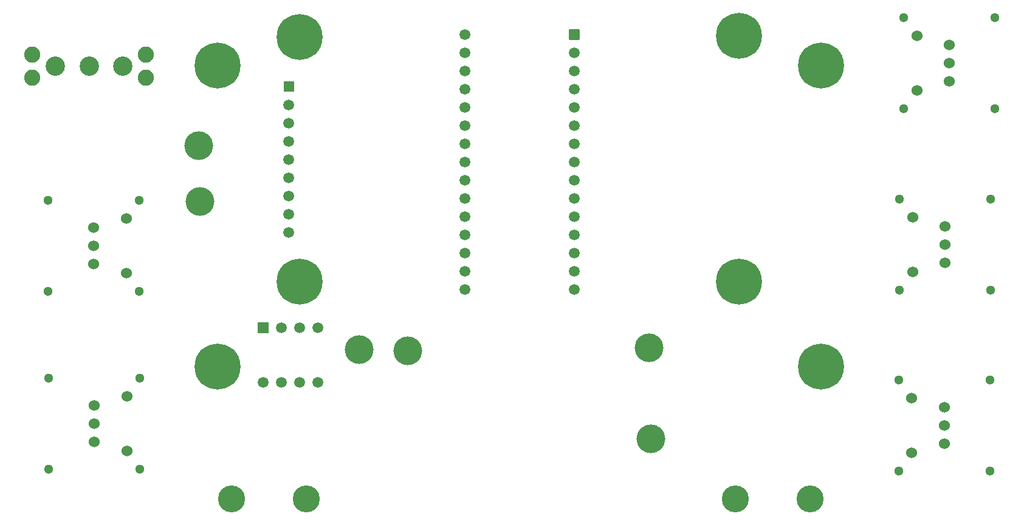
<source format=gts>
G04 #@! TF.GenerationSoftware,KiCad,Pcbnew,(5.1.9-0-10_14)*
G04 #@! TF.CreationDate,2021-01-09T19:18:04-08:00*
G04 #@! TF.ProjectId,schematic,73636865-6d61-4746-9963-2e6b69636164,rev?*
G04 #@! TF.SameCoordinates,Original*
G04 #@! TF.FileFunction,Soldermask,Top*
G04 #@! TF.FilePolarity,Negative*
%FSLAX46Y46*%
G04 Gerber Fmt 4.6, Leading zero omitted, Abs format (unit mm)*
G04 Created by KiCad (PCBNEW (5.1.9-0-10_14)) date 2021-01-09 19:18:04*
%MOMM*%
%LPD*%
G01*
G04 APERTURE LIST*
%ADD10C,1.511200*%
%ADD11C,3.760000*%
%ADD12C,1.300000*%
%ADD13C,1.524000*%
%ADD14C,4.000000*%
%ADD15C,1.498600*%
%ADD16R,1.498600X1.498600*%
%ADD17C,6.400000*%
%ADD18C,2.250000*%
%ADD19C,2.700000*%
G04 APERTURE END LIST*
D10*
X146281140Y-63825120D03*
X146281140Y-66365120D03*
X146281140Y-68905120D03*
X146281140Y-71445120D03*
X146281140Y-73985120D03*
X146281140Y-76525120D03*
X146281140Y-79065120D03*
X146281140Y-81605120D03*
X146281140Y-84145120D03*
X146281140Y-86685120D03*
X146281140Y-89225120D03*
X146281140Y-91765120D03*
X146281140Y-94305120D03*
X146281140Y-96845120D03*
X146281140Y-99385120D03*
X161521140Y-99385120D03*
X161521140Y-96845120D03*
X161521140Y-94305120D03*
X161521140Y-91765120D03*
X161521140Y-89225120D03*
X161521140Y-86685120D03*
X161521140Y-84145120D03*
X161521140Y-81605120D03*
X161521140Y-79065120D03*
X161521140Y-76525120D03*
X161521140Y-73985120D03*
X161521140Y-71445120D03*
X161521140Y-68905120D03*
X161521140Y-66365120D03*
G36*
G01*
X162276740Y-63171120D02*
X162276740Y-64479120D01*
G75*
G02*
X162175140Y-64580720I-101600J0D01*
G01*
X160867140Y-64580720D01*
G75*
G02*
X160765540Y-64479120I0J101600D01*
G01*
X160765540Y-63171120D01*
G75*
G02*
X160867140Y-63069520I101600J0D01*
G01*
X162175140Y-63069520D01*
G75*
G02*
X162276740Y-63171120I0J-101600D01*
G01*
G37*
D11*
X194411000Y-128548000D03*
X183991000Y-128548000D03*
X124205000Y-128606000D03*
X113785000Y-128606000D03*
D12*
X220159580Y-61422280D03*
X207459580Y-61422280D03*
X207459580Y-74122280D03*
X220159580Y-74122280D03*
D13*
X213809580Y-70312280D03*
X213809580Y-67772280D03*
X213809580Y-65232280D03*
X209309580Y-63962280D03*
X209309580Y-71582280D03*
D12*
X219415360Y-111970820D03*
X206715360Y-111970820D03*
X206715360Y-124670820D03*
X219415360Y-124670820D03*
D13*
X213065360Y-120860820D03*
X213065360Y-118320820D03*
X213065360Y-115780820D03*
X208565360Y-114510820D03*
X208565360Y-122130820D03*
D12*
X88336120Y-124472700D03*
X101036120Y-124472700D03*
X101036120Y-111772700D03*
X88336120Y-111772700D03*
D13*
X94686120Y-115582700D03*
X94686120Y-118122700D03*
X94686120Y-120662700D03*
X99186120Y-121932700D03*
X99186120Y-114312700D03*
D12*
X88259920Y-99636580D03*
X100959920Y-99636580D03*
X100959920Y-86936580D03*
X88259920Y-86936580D03*
D13*
X94609920Y-90746580D03*
X94609920Y-93286580D03*
X94609920Y-95826580D03*
X99109920Y-97096580D03*
X99109920Y-89476580D03*
D12*
X219565220Y-86781640D03*
X206865220Y-86781640D03*
X206865220Y-99481640D03*
X219565220Y-99481640D03*
D13*
X213215220Y-95671640D03*
X213215220Y-93131640D03*
X213215220Y-90591640D03*
X208715220Y-89321640D03*
X208715220Y-96941640D03*
D14*
X109192060Y-79344520D03*
X109357160Y-87101680D03*
X131556760Y-107792520D03*
X138351260Y-107955080D03*
X172178980Y-120192800D03*
D10*
X121785380Y-91384120D03*
X121785380Y-88844120D03*
X121785380Y-86304120D03*
X121785380Y-83764120D03*
X121785380Y-81224120D03*
X121785380Y-78684120D03*
X121785380Y-76144120D03*
X121785380Y-73604120D03*
G36*
G01*
X121029780Y-71718120D02*
X121029780Y-70410120D01*
G75*
G02*
X121131380Y-70308520I101600J0D01*
G01*
X122439380Y-70308520D01*
G75*
G02*
X122540980Y-70410120I0J-101600D01*
G01*
X122540980Y-71718120D01*
G75*
G02*
X122439380Y-71819720I-101600J0D01*
G01*
X121131380Y-71819720D01*
G75*
G02*
X121029780Y-71718120I0J101600D01*
G01*
G37*
D15*
X118207000Y-112336000D03*
X120747000Y-112336000D03*
X123287000Y-112336000D03*
X125827000Y-112336000D03*
X125827000Y-104716000D03*
X123287000Y-104716000D03*
X120747000Y-104716000D03*
D16*
X118207000Y-104716000D03*
D17*
X195874640Y-68150740D03*
X195877180Y-110169960D03*
X111879380Y-110162340D03*
X111879380Y-68178680D03*
X123278900Y-64170560D03*
X184470040Y-98272600D03*
X123286520Y-98272600D03*
X184470040Y-63949580D03*
D14*
X171964000Y-107524000D03*
D18*
X101853060Y-66649800D03*
X101853060Y-69849800D03*
X86053060Y-69849800D03*
X86053060Y-66649800D03*
D19*
X98653060Y-68249800D03*
X93953060Y-68249800D03*
X89253060Y-68249800D03*
M02*

</source>
